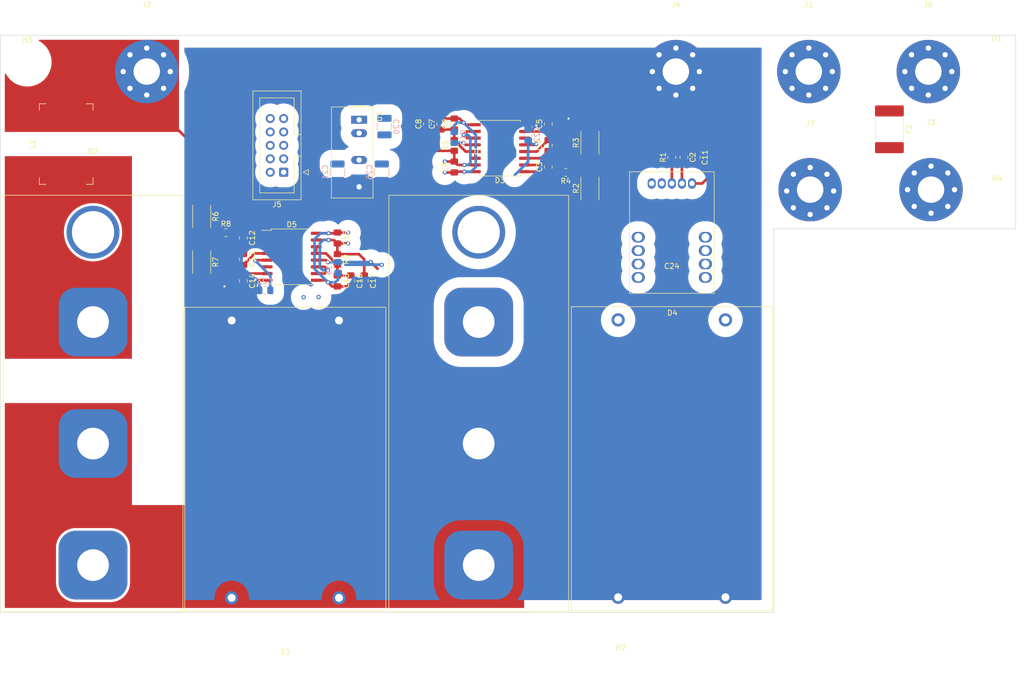
<source format=kicad_pcb>
(kicad_pcb (version 20211014) (generator pcbnew)
  (layers (0 "F.Cu" signal) (1 "In1.Cu" signal) (2 "In2.Cu" signal) (31 "B.Cu" signal) (34 "B.Paste" user) (35 "F.Paste" user) (36 "B.SilkS" user "B.Silkscreen") (37 "F.SilkS" user "F.Silkscreen") (38 "B.Mask" user) (39 "F.Mask" user) (44 "Edge.Cuts" user))
  (net 0 "")
  (net 1 "Net-(C1-Pad1)")
  (net 2 "GNDPWR")
  (net 3 "/output current")
  (net 4 "/OUT+")
  (net 5 "/input current")
  (net 8 "Net-(C3-Pad2)")
  (net 9 "Net-(C3-Pad1)")
  (net 11 "Net-(C4-Pad2)")
  (net 12 "Net-(C4-Pad1)")
  (net 13 "Net-(C5-Pad1)")
  (net 14 "Net-(C7-Pad1)")
  (net 15 "+5V")
  (net 16 "GND")
  (net 17 "+5VP")
  (net 18 "Net-(J3-Pad1)")
  (net 19 "Net-(R2-Pad2)")
  (net 20 "/Current_measure")
  (net 21 "/Input_Voltage")
  (net 22 "Net-(C12-Pad1)")
  (net 23 "Net-(C12-Pad2)")
  (net 24 "Net-(C13-Pad1)")
  (net 25 "Net-(C13-Pad2)")
  (net 26 "Net-(C14-Pad1)")
  (net 27 "Net-(C16-Pad1)")
  (net 28 "/Output_Voltage")
  (net 29 "Net-(D4-Pad11)")
  (net 31 "Net-(R6-Pad2)")
  (net 33 "Net-(D2-Pad1)")
  (net 34 "/IN+")
  (footprint "Capacitor_SMD:C_0805_2012Metric_Pad1.18x1.45mm_HandSolder" (layer "F.Cu") (at 97.266 69.088 -90)
    (fp_text reference "C15")
    (fp_text value "0.1u")
  )
  (footprint "Package_SO:SOIC-16W_7.5x10.3mm_P1.27mm" (layer "F.Cu") (at 88.63 72.644)
    (fp_text reference "D5")
    (fp_text value "HCPL788J")
  )
  (footprint "Connector Power:M5" (layer "F.Cu") (at 209.55 59.944)
    (fp_text reference "J3")
    (fp_text value "IN+")
  )
  (footprint "Capacitor_SMD:C_0805_2012Metric_Pad1.18x1.45mm_HandSolder" (layer "F.Cu") (at 137.16 55.6475 90)
    (fp_text reference "C3")
    (fp_text value "0.01u")
  )
  (footprint "Package_SO:SOIC-16W_7.5x10.3mm_P1.27mm" (layer "F.Cu") (at 128.016 52.0915 180)
    (fp_text reference "D3")
    (fp_text value "HCPL788J")
  )
  (footprint "Resistor_SMD:R_2512_6332Metric_Pad1.40x3.35mm_HandSolder" (layer "F.Cu") (at 145.034 59.7115 90)
    (fp_text reference "R2")
    (fp_text value "R")
  )
  (footprint "Capacitor_SMD:C_0805_2012Metric_Pad1.18x1.45mm_HandSolder" (layer "F.Cu") (at 79.486 69.088 -90)
    (fp_text reference "C12")
    (fp_text value "0.01u")
  )
  (footprint "Capacitor_SMD:C_0805_2012Metric_Pad1.18x1.45mm_HandSolder" (layer "F.Cu") (at 162.814 53.832 -90)
    (fp_text reference "C2")
    (fp_text value "C_Small")
  )
  (footprint "Capacitor_SMD:C_0805_2012Metric_Pad1.18x1.45mm_HandSolder" (layer "F.Cu") (at 114.3 47.5195 90)
    (fp_text reference "C8")
    (fp_text value "0.1u")
  )
  (footprint "Resistor_SMD:R_0805_2012Metric_Pad1.20x1.40mm_HandSolder" (layer "F.Cu") (at 140.462 56.6635 180)
    (fp_text reference "R4")
    (fp_text value "39")
  )
  (footprint "Inductor_My:Wurth" (layer "F.Cu") (at 45.974 51.308 90)
    (fp_text reference "L1")
    (fp_text value "L_Small")
  )
  (footprint "Fuse:Fuse_2920_7451Metric_Pad2.10x5.45mm_HandSolder" (layer "F.Cu") (at 201.676 48.514 -90)
    (fp_text reference "F2")
    (fp_text value "Fuse")
  )
  (footprint "Converter_DCDC:Converter_DCDC_TRACO_TMR-1-xxxx_Single_THT" (layer "F.Cu") (at 101.386 46.7095 -90)
    (fp_text reference "U1")
    (fp_text value "TMR_1-0511")
  )
  (footprint "MountingHole:MountingHole_3.2mm_M3" (layer "F.Cu") (at 150.876 150.876)
    (fp_text reference "H2")
    (fp_text value "MountingHole")
  )
  (footprint "Resistor_SMD:R_0805_2012Metric_Pad1.20x1.40mm_HandSolder" (layer "F.Cu") (at 160.528 53.832 90)
    (fp_text reference "R1")
    (fp_text value "R_Small")
  )
  (footprint "Capacitor_SMD:C_0805_2012Metric_Pad1.18x1.45mm_HandSolder" (layer "F.Cu") (at 97.266 77.216 -90)
    (fp_text reference "C18")
    (fp_text value "470p")
  )
  (footprint "Capacitor_SMD:C_0805_2012Metric_Pad1.18x1.45mm_HandSolder" (layer "F.Cu") (at 79.486 73.152 -90)
    (fp_text reference "C13")
    (fp_text value "0.1u")
  )
  (footprint "IGBT_Modul:SEMITRANS_2" (layer "F.Cu") (at 51.054 68)
    (fp_text reference "D2")
    (fp_text value "SKM100GB12T4")
  )
  (footprint "LPSR:LPSR_50" (layer "F.Cu") (at 160.528 76.556 180)
    (fp_text reference "D4")
    (fp_text value "LPSR_50-NP")
  )
  (footprint "Resistor_SMD:R_0805_2012Metric_Pad1.20x1.40mm_HandSolder" (layer "F.Cu") (at 97.266 73.152 -90)
    (fp_text reference "R9")
    (fp_text value "4.7k")
  )
  (footprint "Resistor_SMD:R_0805_2012Metric_Pad1.20x1.40mm_HandSolder" (layer "F.Cu") (at 76.184 68.072)
    (fp_text reference "R8")
    (fp_text value "39")
  )
  (footprint "Capacitor_4pin:C4AE" (layer "F.Cu") (at 161.838 82.089)
    (fp_text reference "C24")
    (fp_text value "100u")
  )
  (footprint "Connector_IDC:IDC-Header_2x05_P2.54mm_Vertical" (layer "F.Cu") (at 87.1125 56.642 180)
    (fp_text reference "J5")
    (fp_text value "Conn_02x05_Odd_Even")
  )
  (footprint "Resistor_SMD:R_0805_2012Metric_Pad1.20x1.40mm_HandSolder" (layer "F.Cu") (at 119.38 51.5835 90)
    (fp_text reference "R5")
    (fp_text value "4.7k")
  )
  (footprint "Resistor_SMD:R_2512_6332Metric_Pad1.40x3.35mm_HandSolder" (layer "F.Cu") (at 71.612 65.024 -90)
    (fp_text reference "R6")
    (fp_text value "R")
  )
  (footprint "Resistor_SMD:R_2512_6332Metric_Pad1.40x3.35mm_HandSolder" (layer "F.Cu") (at 71.612 73.66 -90)
    (fp_text reference "R7")
    (fp_text value "R")
  )
  (footprint "MountingHole:MountingHole_3.2mm_M3" (layer "F.Cu") (at 222 35.56)
    (fp_text reference "H1")
    (fp_text value "MountingHole")
  )
  (footprint "Connector Power:M5" (layer "F.Cu") (at 186.436 37.592)
    (fp_text reference "J1")
    (fp_text value "OUT-")
  )
  (footprint "Capacitor_SMD:C_0805_2012Metric_Pad1.18x1.45mm_HandSolder" (layer "F.Cu") (at 102.346 77.216 -90)
    (fp_text reference "C17")
    (fp_text value "0.1u")
  )
  (footprint "Connector Power:M5" (layer "F.Cu") (at 209.042 37.592)
    (fp_text reference "J6")
    (fp_text value "L_IN")
  )
  (footprint "MountingHole:MountingHole_3.2mm_M3" (layer "F.Cu") (at 38.608 35.814)
    (fp_text reference "H3")
    (fp_text value "MountingHole")
  )
  (footprint "Capacitor_SMD:C_0805_2012Metric_Pad1.18x1.45mm_HandSolder" (layer "F.Cu") (at 99.806 77.216 -90)
    (fp_text reference "C16")
    (fp_text value "470p")
  )
  (footprint "MountingHole:MountingHole_3.2mm_M3" (layer "F.Cu") (at 222 61.976)
    (fp_text reference "H4")
    (fp_text value "MountingHole")
  )
  (footprint "Capacitor_4pin:C4AE" (layer "F.Cu") (at 86.106 139.7 180)
    (fp_text reference "C1")
    (fp_text value "100u")
  )
  (footprint "Capacitor_SMD:C_0805_2012Metric_Pad1.18x1.45mm_HandSolder" (layer "F.Cu") (at 119.38 47.5195 90)
    (fp_text reference "C9")
    (fp_text value "470p")
  )
  (footprint "Capacitor_SMD:C_0805_2012Metric_Pad1.18x1.45mm_HandSolder" (layer "F.Cu") (at 165.1 53.832 -90)
    (fp_text reference "C11")
    (fp_text value "C_Small")
  )
  (footprint "Capacitor_SMD:C_0805_2012Metric_Pad1.18x1.45mm_HandSolder" (layer "F.Cu") (at 119.38 55.6475 90)
    (fp_text reference "C6")
    (fp_text value "0.1u")
  )
  (footprint "Connector Power:M5" (layer "F.Cu") (at 161.29 37.592)
    (fp_text reference "J4")
    (fp_text value "IN-")
  )
  (footprint "Capacitor_SMD:C_0805_2012Metric_Pad1.18x1.45mm_HandSolder" (layer "F.Cu") (at 137.16 47.5195 90)
    (fp_text reference "C5")
    (fp_text value "0.1u")
  )
  (footprint "Capacitor_SMD:C_0805_2012Metric_Pad1.18x1.45mm_HandSolder" (layer "F.Cu") (at 137.16 51.5835 90)
    (fp_text reference "C4")
    (fp_text value "0.1u")
  )
  (footprint "IGBT_Modul:SEMITRANS_2" (layer "F.Cu") (at 124 68)
    (fp_text reference "D1")
    (fp_text value "SKM100GB12T4")
  )
  (footprint "Capacitor_SMD:C_0805_2012Metric_Pad1.18x1.45mm_HandSolder" (layer "F.Cu") (at 79.486 77.216 -90)
    (fp_text reference "C14")
    (fp_text value "0.1u")
  )
  (footprint "Capacitor_SMD:C_0805_2012Metric_Pad1.18x1.45mm_HandSolder" (layer "F.Cu") (at 116.84 47.5195 90)
    (fp_text reference "C7")
    (fp_text value "470p")
  )
  (footprint "Connector Power:M5" (layer "F.Cu") (at 186.69 60.198)
    (fp_text reference "J7")
    (fp_text value "L_OUT")
  )
  (footprint "Resistor_SMD:R_2512_6332Metric_Pad1.40x3.35mm_HandSolder" (layer "F.Cu") (at 145.034 51.0755 90)
    (fp_text reference "R3")
    (fp_text value "R")
  )
  (footprint "Connector Power:M5" (layer "F.Cu") (at 61.214 37.592)
    (fp_text reference "J2")
    (fp_text value "OUT+")
  )
  (footprint "Capacitor_SMD:C_0805_2012Metric_Pad1.18x1.45mm_HandSolder" (layer "B.Cu") (at 133.35 49.5515 90)
    (fp_text reference "C22")
    (fp_text value "C_Small")
  )
  (footprint "Capacitor_SMD:C_1210_3225Metric_Pad1.33x2.70mm_HandSolder" (layer "B.Cu") (at 106.172 48.006 90)
    (fp_text reference "C20")
    (fp_text value "C_Small")
  )
  (footprint "Capacitor_SMD:C_0805_2012Metric_Pad1.18x1.45mm_HandSolder" (layer "B.Cu") (at 83.552 78.994 180)
    (fp_text reference "C23")
    (fp_text value "C_Small")
  )
  (footprint "Capacitor_SMD:C_0805_2012Metric_Pad1.18x1.45mm_HandSolder" (layer "B.Cu") (at 97.40575 74.676 -90)
    (fp_text reference "C19")
    (fp_text value "470p")
  )
  (footprint "Capacitor_SMD:C_1210_3225Metric_Pad1.33x2.70mm_HandSolder" (layer "B.Cu") (at 97.282 56.642 -90)
    (fp_text reference "C21")
    (fp_text value "C_Small")
  )
  (footprint "Capacitor_SMD:C_0805_2012Metric_Pad1.18x1.45mm_HandSolder" (layer "B.Cu") (at 119.38 50.0595 90)
    (fp_text reference "C10")
    (fp_text value "470p")
  )
  (footprint "Capacitor_SMD:C_1210_3225Metric_Pad1.33x2.70mm_HandSolder" (layer "B.Cu") (at 105.664 56.642 -90)
    (fp_text reference "C25")
    (fp_text value "C_Small")
  )
  (gr_line (start 179.832 139.954) (end 33.528 139.954) (layer "Edge.Cuts") (width 0.1))
  (gr_line (start 179.832 67.31) (end 179.832 139.954) (layer "Edge.Cuts") (width 0.1))
  (gr_line (start 33.528 139.954) (end 33.528 30.734) (layer "Edge.Cuts") (width 0.1))
  (gr_line (start 225.552 30.734) (end 225.552 67.31) (layer "Edge.Cuts") (width 0.1))
  (gr_line (start 161.798 30.734) (end 225.552 30.734) (layer "Edge.Cuts") (width 0.1))
  (gr_line (start 225.552 67.31) (end 179.832 67.31) (layer "Edge.Cuts") (width 0.1))
  (gr_line (start 33.528 30.734) (end 161.798 30.734) (layer "Edge.Cuts") (width 0.1))
  (segment (start 71.612 76.71) (end 71.612 77.724) (width 1) (layer "F.Cu") (net 2))
  (segment (start 140.9915 46.482) (end 137.16 46.482) (width 1) (layer "F.Cu") (net 2))
  (segment (start 134.747 47.6465) (end 134.874 47.7735) (width 0.5) (layer "F.Cu") (net 2))
  (segment (start 79.486 78.2535) (end 80.4805 78.2535) (width 0.5) (layer "F.Cu") (net 2))
  (segment (start 136.1655 46.482) (end 134.874 47.7735) (width 0.5) (layer "F.Cu") (net 2))
  (segment (start 145.034 47.0115) (end 144.5045 46.482) (width 1) (layer "F.Cu") (net 2))
  (segment (start 137.16 46.482) (end 136.1655 46.482) (width 0.5) (layer "F.Cu") (net 2))
  (segment (start 132.666 47.6465) (end 134.747 47.6465) (width 0.5) (layer "F.Cu") (net 2))
  (segment (start 72.1415 78.2535) (end 75.9085 78.2535) (width 1) (layer "F.Cu") (net 2))
  (segment (start 71.612 77.724) (end 72.1415 78.2535) (width 1) (layer "F.Cu") (net 2))
  (segment (start 75.9085 78.2535) (end 79.486 78.2535) (width 1) (layer "F.Cu") (net 2))
  (segment (start 81.899 77.089) (end 81.772 76.962) (width 0.5) (layer "F.Cu") (net 2))
  (segment (start 80.4805 78.2535) (end 81.772 76.962) (width 0.5) (layer "F.Cu") (net 2))
  (segment (start 144.5045 46.482) (end 140.9915 46.482) (width 1) (layer "F.Cu") (net 2))
  (segment (start 83.98 77.089) (end 81.899 77.089) (width 0.5) (layer "F.Cu") (net 2))
  (via (at 75.9085 78.2535) (size 0.8) (drill 0.4) (layers "F.Cu" "B.Cu") (net 2))
  (via (at 134.874 47.7735) (size 0.8) (drill 0.4) (layers "F.Cu" "B.Cu") (net 2))
  (via (at 81.772 76.962) (size 0.8) (drill 0.4) (layers "F.Cu" "B.Cu") (net 2))
  (via (at 140.9915 46.482) (size 0.8) (drill 0.4) (layers "F.Cu" "B.Cu") (net 2))
  (segment (start 82.5145 78.994) (end 82.5145 77.7045) (width 0.5) (layer "B.Cu") (net 2))
  (segment (start 133.35 48.514) (end 134.1335 48.514) (width 0.5) (layer "B.Cu") (net 2))
  (segment (start 82.5145 77.7045) (end 81.772 76.962) (width 0.5) (layer "B.Cu") (net 2))
  (segment (start 134.1335 48.514) (end 134.874 47.7735) (width 0.5) (layer "B.Cu") (net 2))
  (segment (start 71.612 53.07) (end 61.214 42.672) (width 0.5) (layer "F.Cu") (net 4))
  (segment (start 71.612 61.974) (end 71.612 53.07) (width 0.5) (layer "F.Cu") (net 4))
  (segment (start 132.666 55.2665) (end 136.5035 55.2665) (width 0.5) (layer "F.Cu") (net 8))
  (segment (start 136.5035 55.2665) (end 137.16 54.61) (width 0.5) (layer "F.Cu") (net 8))
  (segment (start 137.1815 56.6635) (end 137.16 56.685) (width 0.5) (layer "F.Cu") (net 9))
  (segment (start 139.462 56.6635) (end 137.1815 56.6635) (width 0.5) (layer "F.Cu") (net 9))
  (segment (start 137.0115 56.5365) (end 137.16 56.685) (width 0.5) (layer "F.Cu") (net 9))
  (segment (start 132.666 56.5365) (end 137.0115 56.5365) (width 0.5) (layer "F.Cu") (net 9))
  (segment (start 134.9795 52.7265) (end 137.16 50.546) (width 0.5) (layer "F.Cu") (net 11))
  (segment (start 132.666 52.7265) (end 134.9795 52.7265) (width 0.5) (layer "F.Cu") (net 11))
  (segment (start 132.666 53.9965) (end 135.7845 53.9965) (width 0.5) (layer "F.Cu") (net 12))
  (segment (start 135.7845 53.9965) (end 137.16 52.621) (width 0.5) (layer "F.Cu") (net 12))
  (segment (start 136.8005 48.9165) (end 137.16 48.557) (width 0.5) (layer "F.Cu") (net 13))
  (segment (start 132.666 48.9165) (end 136.8005 48.9165) (width 0.5) (layer "F.Cu") (net 13))
  (segment (start 119.38 50.5835) (end 119.38 48.557) (width 0.5) (layer "F.Cu") (net 14))
  (segment (start 123.366 53.9965) (end 123.366 52.7265) (width 0.5) (layer "F.Cu") (net 14))
  (segment (start 119.38 48.557) (end 116.84 48.557) (width 0.5) (layer "F.Cu") (net 14))
  (segment (start 123.366 52.7265) (end 121.523 52.7265) (width 0.5) (layer "F.Cu") (net 14))
  (segment (start 121.523 52.7265) (end 119.38 50.5835) (width 0.5) (layer "F.Cu") (net 14))
  (segment (start 166.262 58.766) (end 164.338 58.766) (width 0.5) (layer "F.Cu") (net 15))
  (segment (start 99.298 70.104) (end 97.2875 70.104) (width 0.5) (layer "F.Cu") (net 15))
  (segment (start 97.2875 70.104) (end 97.266 70.1255) (width 0.5) (layer "F.Cu") (net 15))
  (segment (start 123.366 50.1865) (end 121.793 50.1865) (width 0.5) (layer "F.Cu") (net 15))
  (segment (start 121.285 55.2665) (end 120.0365 55.2665) (width 0.5) (layer "F.Cu") (net 15))
  (segment (start 93.28 75.819) (end 94.853 75.819) (width 0.5) (layer "F.Cu") (net 15))
  (segment (start 167.132 57.896) (end 166.262 58.766) (width 0.5) (layer "F.Cu") (net 15))
  (segment (start 120.0365 55.2665) (end 119.38 54.61) (width 0.5) (layer "F.Cu") (net 15))
  (segment (start 123.366 55.2665) (end 121.285 55.2665) (width 0.5) (layer "F.Cu") (net 15))
  (segment (start 95.615 69.469) (end 96.6095 69.469) (width 0.5) (layer "F.Cu") (net 15))
  (segment (start 119.38 54.61) (end 119.38 52.5835) (width 0.5) (layer "F.Cu") (net 15))
  (segment (start 93.28 69.469) (end 95.615 69.469) (width 0.5) (layer "F.Cu") (net 15))
  (segment (start 114.3 51.5835) (end 114.3 48.557) (width 0.5) (layer "F.Cu") (net 15))
  (segment (start 94.853 74.549) (end 95.488 75.184) (width 0.5) (layer "F.Cu") (net 15))
  (segment (start 121.793 48.9165) (end 121.158 49.5515) (width 0.5) (layer "F.Cu") (net 15))
  (segment (start 123.366 48.9165) (end 121.793 48.9165) (width 0.5) (layer "F.Cu") (net 15))
  (segment (start 94.853 75.819) (end 95.488 75.184) (width 0.5) (layer "F.Cu") (net 15))
  (segment (start 97.266 72.152) (end 101.346 72.152) (width 0.5) (layer "F.Cu") (net 15))
  (segment (start 97.266 70.1255) (end 97.266 72.152) (width 0.5) (layer "F.Cu") (net 15))
  (segment (start 165.1 52.7945) (end 166.6025 52.7945) (width 0.5) (layer "F.Cu") (net 15))
  (segment (start 93.28 74.549) (end 94.853 74.549) (width 0.5) (layer "F.Cu") (net 15))
  (segment (start 119.38 54.61) (end 117.6235 54.61) (width 0.5) (layer "F.Cu") (net 15))
  (segment (start 115.3 52.5835) (end 114.3 51.5835) (width 0.5) (layer "F.Cu") (net 15))
  (segment (start 119.38 52.5835) (end 115.3 52.5835) (width 0.5) (layer "F.Cu") (net 15))
  (segment (start 102.346 73.152) (end 102.346 76.1785) (width 0.5) (layer "F.Cu") (net 15))
  (segment (start 166.6025 52.7945) (end 167.132 53.324) (width 0.5) (layer "F.Cu") (net 15))
  (segment (start 101.346 72.152) (end 102.346 73.152) (width 0.5) (layer "F.Cu") (net 15))
  (segment (start 96.6095 69.469) (end 97.266 70.1255) (width 0.5) (layer "F.Cu") (net 15))
  (segment (start 167.132 53.324) (end 167.132 57.896) (width 0.5) (layer "F.Cu") (net 15))
  (segment (start 117.6235 54.61) (end 117.602 54.6315) (width 0.5) (layer "F.Cu") (net 15))
  (segment (start 121.793 50.1865) (end 121.158 49.5515) (width 0.5) (layer "F.Cu") (net 15))
  (via (at 121.158 49.5515) (size 0.8) (drill 0.4) (layers "F.Cu" "B.Cu") (net 15))
  (via (at 95.488 75.184) (size 0.8) (drill 0.4) (layers "F.Cu" "B.Cu") (net 15))
  (via (at 90.8795 80.3025) (size 0.8) (drill 0.4) (layers "F.Cu" "B.Cu") (net 15))
  (via (at 117.602 54.6315) (size 0.8) (drill 0.4) (layers "F.Cu" "B.Cu") (net 15))
  (via (at 121.285 55.2665) (size 0.8) (drill 0.4) (layers "F.Cu" "B.Cu") (net 15))
  (via (at 99.298 70.104) (size 0.8) (drill 0.4) (layers "F.Cu" "B.Cu") (net 15))
  (via (at 95.615 69.469) (size 0.8) (drill 0.4) (layers "F.Cu" "B.Cu") (net 15))
  (segment (start 121.158 49.5515) (end 121.92 49.5515) (width 0.5) (layer "B.Cu") (net 15))
  (segment (start 95.49 75.184) (end 94.474 75.184) (width 0.5) (layer "B.Cu") (net 15))
  (segment (start 93.95525 74.676) (end 93.95525 70.104) (width 0.5) (layer "B.Cu") (net 15))
  (segment (start 122.428 54.8855) (end 122.047 55.2665) (width 0.5) (layer "B.Cu") (net 15))
  (segment (start 122.428 50.0595) (end 122.428 54.8855) (width 0.5) (layer "B.Cu") (net 15))
  (segment (start 122.047 55.2665) (end 121.285 55.2665) (width 0.5) (layer "B.Cu") (net 15))
  (segment (start 121.92 49.5515) (end 122.428 50.0595) (width 0.5) (layer "B.Cu") (net 15))
  (segment (start 94.59025 69.469) (end 95.60625 69.469) (width 0.5) (layer "B.Cu") (net 15))
  (segment (start 94.474 75.184) (end 93.966 74.676) (width 0.5) (layer "B.Cu") (net 15))
  (segment (start 93.95525 70.104) (end 94.59025 69.469) (width 0.5) (layer "B.Cu") (net 15))
  (segment (start 121.285 56.5365) (end 119.5285 56.5365) (width 0.5) (layer "F.Cu") (net 16))
  (segment (start 119.5285 56.5365) (end 119.38 56.685) (width 0.5) (layer "F.Cu") (net 16))
  (segment (start 119.38 46.482) (end 116.84 46.482) (width 0.5) (layer "F.Cu") (net 16))
  (segment (start 97.2875 68.072) (end 97.266 68.0505) (width 0.5) (layer "F.Cu") (net 16))
  (segment (start 99.806 78.2535) (end 102.346 78.2535) (width 0.5) (layer "F.Cu") (net 16))
  (segment (start 95.615 68.199) (end 97.1175 68.199) (width 0.5) (layer "F.Cu") (net 16))
  (segment (start 121.539 47.6465) (end 121.158 47.2655) (width 0.5) (layer "F.Cu") (net 16))
  (segment (start 123.366 47.6465) (end 121.539 47.6465) (width 0.5) (layer "F.Cu") (net 16))
  (segment (start 119.38 56.685) (end 117.6235 56.685) (width 0.5) (layer "F.Cu") (net 16))
  (segment (start 97.1175 68.199) (end 97.266 68.0505) (width 0.5) (layer "F.Cu") (net 16))
  (segment (start 162.433 55.2505) (end 162.814 54.8695) (width 0.5) (layer "F.Cu") (net 16))
  (segment (start 97.266 78.2535) (end 96.2715 78.2535) (width 0.5) (layer "F.Cu") (net 16))
  (segment (start 119.38 46.482) (end 120.3745 46.482) (width 0.5) (layer "F.Cu") (net 16))
  (segment (start 116.84 46.482) (end 114.3 46.482) (width 0.5) (layer "F.Cu") (net 16))
  (segment (start 162.433 58.766) (end 162.433 55.2505) (width 0.5) (layer "F.Cu") (net 16))
  (segment (start 97.266 78.2535) (end 99.806 78.2535) (width 0.5) (layer "F.Cu") (net 16))
  (segment (start 99.298 68.072) (end 97.2875 68.072) (width 0.5) (layer "F.Cu") (net 16))
  (segment (start 165.1 54.8695) (end 162.814 54.8695) (width 0.5) (layer "F.Cu") (net 16))
  (segment (start 120.3745 46.482) (end 121.158 47.2655) (width 0.5) (layer "F.Cu") (net 16))
  (segment (start 117.6235 56.685) (end 117.602 56.6635) (width 0.5) (layer "F.Cu") (net 16))
  (segment (start 96.2715 78.2535) (end 95.488 77.47) (width 0.5) (layer "F.Cu") (net 16))
  (segment (start 95.107 77.089) (end 95.488 77.47) (width 0.5) (layer "F.Cu") (net 16))
  (segment (start 123.366 56.5365) (end 121.285 56.5365) (width 0.5) (layer "F.Cu") (net 16))
  (segment (start 93.28 68.199) (end 95.615 68.199) (width 0.5) (layer "F.Cu") (net 16))
  (segment (start 93.28 77.089) (end 95.107 77.089) (width 0.5) (layer "F.Cu") (net 16))
  (via (at 121.285 56.5365) (size 0.8) (drill 0.4) (layers "F.Cu" "B.Cu") (net 16))
  (via (at 121.158 47.2655) (size 0.8) (drill 0.4) (layers "F.Cu" "B.Cu") (net 16))
  (via (at 95.488 77.47) (size 0.8) (drill 0.4) (layers "F.Cu" "B.Cu") (net 16))
  (via (at 93.712 80.264) (size 0.8) (drill 0.4) (layers "F.Cu" "B.Cu") (net 16))
  (via (at 95.615 68.199) (size 0.8) (drill 0.4) (layers "F.Cu" "B.Cu") (net 16))
  (via (at 99.298 68.072) (size 0.8) (drill 0.4) (layers "F.Cu" "B.Cu") (net 16))
  (via (at 117.602 56.6635) (size 0.8) (drill 0.4) (layers "F.Cu" "B.Cu") (net 16))
  (segment (start 94.08225 68.199) (end 95.60625 68.199) (width 0.5) (layer "B.Cu") (net 16))
  (segment (start 121.158 47.2655) (end 119.888 47.2655) (width 0.5) (layer "B.Cu") (net 16))
  (segment (start 95.49 77.47) (end 96.76 77.47) (width 0.5) (layer "B.Cu") (net 16))
  (segment (start 92.93925 74.93) (end 92.93925 69.342) (width 0.5) (layer "B.Cu") (net 16))
  (segment (start 119.888 47.2655) (end 119.38 47.7735) (width 0.5) (layer "B.Cu") (net 16))
  (segment (start 121.158 47.2655) (end 123.444 49.5515) (width 0.5) (layer "B.Cu") (net 16))
  (segment (start 123.444 49.5515) (end 123.444 55.6475) (width 0.5) (layer "B.Cu") (net 16))
  (segment (start 121.285 56.5365) (end 122.555 56.5365) (width 0.5) (layer "B.Cu") (net 16))
  (segment (start 92.93925 69.342) (end 94.08225 68.199) (width 0.5) (layer "B.Cu") (net 16))
  (segment (start 119.38 47.7735) (end 119.38 49.022) (width 0.5) (layer "B.Cu") (net 16))
  (segment (start 97.40575 76.962) (end 97.40575 75.7135) (width 0.5) (layer "B.Cu") (net 16))
  (segment (start 122.555 56.5365) (end 123.444 55.6475) (width 0.5) (layer "B.Cu") (net 16))
  (segment (start 95.47925 77.47) (end 92.93925 74.93) (width 0.5) (layer "B.Cu") (net 16))
  (segment (start 96.89775 77.47) (end 97.40575 76.962) (width 0.5) (layer "B.Cu") (net 16))
  (segment (start 134.747 51.4565) (end 134.874 51.3295) (width 0.5) (layer "F.Cu") (net 17))
  (segment (start 83.98 73.279) (end 81.899 73.279) (width 0.5) (layer "F.Cu") (net 17))
  (segment (start 132.666 51.4565) (end 134.747 51.4565) (width 0.5) (layer "F.Cu") (net 17))
  (segment (start 81.899 73.279) (end 81.772 73.406) (width 0.5) (layer "F.Cu") (net 17))
  (via (at 81.772 73.406) (size 0.8) (drill 0.4) (layers "F.Cu" "B.Cu") (net 17))
  (via (at 134.874 51.3295) (size 0.8) (drill 0.4) (layers "F.Cu" "B.Cu") (net 17))
  (segment (start 134.0905 51.3295) (end 133.35 50.589) (width 0.5) (layer "B.Cu") (net 17))
  (segment (start 133.35 54.653) (end 130.7835 57.2195) (width 0.5) (layer "B.Cu") (net 17))
  (segment (start 134.874 51.3295) (end 134.0905 51.3295) (width 0.5) (layer "B.Cu") (net 17))
  (segment (start 133.35 50.589) (end 133.35 54.653) (width 0.5) (layer "B.Cu") (net 17))
  (segment (start 84.5895 76.2235) (end 81.772 73.406) (width 0.5) (layer "B.Cu") (net 17))
  (segment (start 84.5895 78.994) (end 84.5895 76.2235) (width 0.5) (layer "B.Cu") (net 17))
  (segment (start 145.032 56.6635) (end 145.034 56.6615) (width 0.5) (layer "F.Cu") (net 19))
  (segment (start 145.034 54.1255) (end 145.034 56.6615) (width 1) (layer "F.Cu") (net 19))
  (segment (start 141.462 56.6635) (end 145.032 56.6635) (width 0.5) (layer "F.Cu") (net 19))
  (segment (start 160.528 52.832) (end 162.7765 52.832) (width 0.5) (layer "F.Cu") (net 20))
  (segment (start 162.7765 52.832) (end 162.814 52.7945) (width 0.5) (layer "F.Cu") (net 20))
  (segment (start 123.366 51.4565) (end 121.539 51.4565) (width 0.5) (layer "F.Cu") (net 21))
  (segment (start 121.539 51.4565) (end 121.158 51.0755) (width 0.5) (layer "F.Cu") (net 21))
  (via (at 121.158 51.0755) (size 0.8) (drill 0.4) (layers "F.Cu" "B.Cu") (net 21))
  (segment (start 119.4015 51.0755) (end 119.38 51.097) (width 0.5) (layer "B.Cu") (net 21))
  (segment (start 121.158 51.0755) (end 119.4015 51.0755) (width 0.5) (layer "B.Cu") (net 21))
  (segment (start 83.98 68.199) (end 79.6345 68.199) (width 0.5) (layer "F.Cu") (net 22))
  (segment (start 79.4645 68.072) (end 79.486 68.0505) (width 0.5) (layer "F.Cu") (net 22))
  (segment (start 79.6345 68.199) (end 79.486 68.0505) (width 0.5) (layer "F.Cu") (net 22))
  (segment (start 77.184 68.072) (end 79.4645 68.072) (width 0.5) (layer "F.Cu") (net 22))
  (segment (start 80.1425 69.469) (end 79.486 70.1255) (width 0.5) (layer "F.Cu") (net 23))
  (segment (start 83.98 69.469) (end 80.1425 69.469) (width 0.5) (layer "F.Cu") (net 23))
  (segment (start 83.98 70.739) (end 80.8615 70.739) (width 0.5) (layer "F.Cu") (net 24))
  (segment (start 80.8615 70.739) (end 79.486 72.1145) (width 0.5) (layer "F.Cu") (net 24))
  (segment (start 81.6665 72.009) (end 79.486 74.1895) (width 0.5) (layer "F.Cu") (net 25))
  (segment (start 83.98 72.009) (end 81.6665 72.009) (width 0.5) (layer "F.Cu") (net 25))
  (segment (start 79.8455 75.819) (end 79.486 76.1785) (width 0.5) (layer "F.Cu") (net 26))
  (segment (start 83.98 75.819) (end 79.8455 75.819) (width 0.5) (layer "F.Cu") (net 26))
  (segment (start 93.28 70.739) (end 93.28 72.009) (width 0.5) (layer "F.Cu") (net 27))
  (segment (start 97.266 76.1785) (end 99.806 76.1785) (width 0.5) (layer "F.Cu") (net 27))
  (segment (start 93.28 72.009) (end 95.123 72.009) (width 0.5) (layer "F.Cu") (net 27))
  (segment (start 97.266 74.152) (end 97.266 76.1785) (width 0.5) (layer "F.Cu") (net 27))
  (segment (start 95.123 72.009) (end 97.266 74.152) (width 0.5) (layer "F.Cu") (net 27))
  (segment (start 95.107 73.279) (end 95.488 73.66) (width 0.5) (layer "F.Cu") (net 28))
  (segment (start 103.5965 73.6385) (end 104.8785 74.9205) (width 0.5) (layer "F.Cu") (net 28))
  (segment (start 93.28 73.279) (end 95.107 73.279) (width 0.5) (layer "F.Cu") (net 28))
  (via (at 105.664 74.168) (size 0.8) (drill 0.4) (layers "F.Cu" "B.Cu") (net 28))
  (via (at 95.488 73.66) (size 0.8) (drill 0.4) (layers "F.Cu" "B.Cu") (net 28))
  (via (at 103.5965 73.6385) (size 0.8) (drill 0.4) (layers "F.Cu" "B.Cu") (net 28))
  (segment (start 97.38425 73.66) (end 97.40575 73.6385) (width 0.5) (layer "B.Cu") (net 28))
  (segment (start 95.62775 73.66) (end 97.38425 73.66) (width 0.5) (layer "B.Cu") (net 28))
  (segment (start 98.806 74.1465) (end 105.6425 74.1465) (width 0.5) (layer "B.Cu") (net 28))
  (segment (start 97.40575 73.6385) (end 103.5965 73.6385) (width 0.5) (layer "B.Cu") (net 28))
  (segment (start 160.528 58.766) (end 160.528 54.832) (width 0.5) (layer "F.Cu") (net 29))
  (segment (start 75.184 68.072) (end 71.614 68.072) (width 0.5) (layer "F.Cu") (net 31))
  (segment (start 71.612 70.61) (end 71.612 68.074) (width 1) (layer "F.Cu") (net 31))
  (segment (start 71.614 68.072) (end 71.612 68.074) (width 0.5) (layer "F.Cu") (net 31))
  (zone (net 4) (net_name "/OUT+") (layer "F.Cu") (connect_pads yes (clearance 0.508)) (min_thickness 0.254) (fill yes (thermal_gap 0.508) (thermal_bridge_width 0.508))
    (polygon (pts (xy 67.31 49.022) (xy 33.782 49.022) (xy 33.782 30.988) (xy 67.31 30.988)))
  )
  (zone (net 1) (net_name "Net-(C1-Pad1)") (layer "F.Cu") (connect_pads yes (clearance 0.508)) (min_thickness 0.254) (fill yes (thermal_gap 0.508) (thermal_bridge_width 0.508))
    (polygon (pts (xy 58.42 119.634) (xy 132.588 119.634) (xy 132.588 139.7) (xy 33.782 139.7) (xy 33.782 100.33) (xy 58.42 100.33)))
  )
  (zone (net 33) (net_name "Net-(D2-Pad1)") (layer "F.Cu") (connect_pads yes (clearance 0.508)) (min_thickness 0.254) (fill yes (thermal_gap 0.508) (thermal_bridge_width 0.508))
    (polygon (pts (xy 58.42 91.948) (xy 33.782 91.948) (xy 33.782 53.594) (xy 58.42 53.594)))
  )
  (zone (net 2) (net_name "GNDPWR") (layer "B.Cu") (connect_pads yes (clearance 2)) (min_thickness 0.254) (fill yes (thermal_gap 0.508) (thermal_bridge_width 0.508))
    (polygon (pts (xy 179.578 139.7) (xy 68.326 139.7) (xy 68.326 31.242) (xy 179.578 31.242)))
  )
)
</source>
